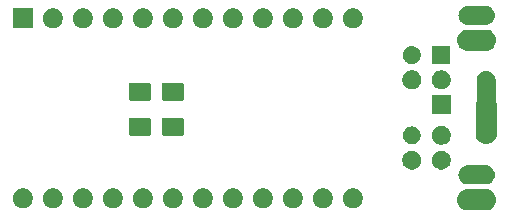
<source format=gbr>
G04 #@! TF.GenerationSoftware,KiCad,Pcbnew,(5.1.0-0)*
G04 #@! TF.CreationDate,2019-03-25T02:14:44+01:00*
G04 #@! TF.ProjectId,adapter,61646170-7465-4722-9e6b-696361645f70,rev?*
G04 #@! TF.SameCoordinates,Original*
G04 #@! TF.FileFunction,Soldermask,Top*
G04 #@! TF.FilePolarity,Negative*
%FSLAX46Y46*%
G04 Gerber Fmt 4.6, Leading zero omitted, Abs format (unit mm)*
G04 Created by KiCad (PCBNEW (5.1.0-0)) date 2019-03-25 02:14:44*
%MOMM*%
%LPD*%
G04 APERTURE LIST*
%ADD10C,0.100000*%
G04 APERTURE END LIST*
D10*
G36*
X84890443Y-54255519D02*
G01*
X84956627Y-54262037D01*
X85126466Y-54313557D01*
X85282991Y-54397222D01*
X85318729Y-54426552D01*
X85420186Y-54509814D01*
X85503448Y-54611271D01*
X85532778Y-54647009D01*
X85616443Y-54803534D01*
X85667963Y-54973373D01*
X85685359Y-55150000D01*
X85667963Y-55326627D01*
X85616443Y-55496466D01*
X85532778Y-55652991D01*
X85503448Y-55688729D01*
X85420186Y-55790186D01*
X85334754Y-55860297D01*
X85282991Y-55902778D01*
X85126466Y-55986443D01*
X84956627Y-56037963D01*
X84890442Y-56044482D01*
X84824260Y-56051000D01*
X83235740Y-56051000D01*
X83169558Y-56044482D01*
X83103373Y-56037963D01*
X82933534Y-55986443D01*
X82777009Y-55902778D01*
X82725246Y-55860297D01*
X82639814Y-55790186D01*
X82556552Y-55688729D01*
X82527222Y-55652991D01*
X82443557Y-55496466D01*
X82392037Y-55326627D01*
X82374641Y-55150000D01*
X82392037Y-54973373D01*
X82443557Y-54803534D01*
X82527222Y-54647009D01*
X82556552Y-54611271D01*
X82639814Y-54509814D01*
X82741271Y-54426552D01*
X82777009Y-54397222D01*
X82933534Y-54313557D01*
X83103373Y-54262037D01*
X83169557Y-54255519D01*
X83235740Y-54249000D01*
X84824260Y-54249000D01*
X84890443Y-54255519D01*
X84890443Y-54255519D01*
G37*
G36*
X73784228Y-54223703D02*
G01*
X73939100Y-54287853D01*
X74078481Y-54380985D01*
X74197015Y-54499519D01*
X74290147Y-54638900D01*
X74354297Y-54793772D01*
X74387000Y-54958184D01*
X74387000Y-55125816D01*
X74354297Y-55290228D01*
X74290147Y-55445100D01*
X74197015Y-55584481D01*
X74078481Y-55703015D01*
X73939100Y-55796147D01*
X73784228Y-55860297D01*
X73619816Y-55893000D01*
X73452184Y-55893000D01*
X73287772Y-55860297D01*
X73132900Y-55796147D01*
X72993519Y-55703015D01*
X72874985Y-55584481D01*
X72781853Y-55445100D01*
X72717703Y-55290228D01*
X72685000Y-55125816D01*
X72685000Y-54958184D01*
X72717703Y-54793772D01*
X72781853Y-54638900D01*
X72874985Y-54499519D01*
X72993519Y-54380985D01*
X73132900Y-54287853D01*
X73287772Y-54223703D01*
X73452184Y-54191000D01*
X73619816Y-54191000D01*
X73784228Y-54223703D01*
X73784228Y-54223703D01*
G37*
G36*
X71244228Y-54223703D02*
G01*
X71399100Y-54287853D01*
X71538481Y-54380985D01*
X71657015Y-54499519D01*
X71750147Y-54638900D01*
X71814297Y-54793772D01*
X71847000Y-54958184D01*
X71847000Y-55125816D01*
X71814297Y-55290228D01*
X71750147Y-55445100D01*
X71657015Y-55584481D01*
X71538481Y-55703015D01*
X71399100Y-55796147D01*
X71244228Y-55860297D01*
X71079816Y-55893000D01*
X70912184Y-55893000D01*
X70747772Y-55860297D01*
X70592900Y-55796147D01*
X70453519Y-55703015D01*
X70334985Y-55584481D01*
X70241853Y-55445100D01*
X70177703Y-55290228D01*
X70145000Y-55125816D01*
X70145000Y-54958184D01*
X70177703Y-54793772D01*
X70241853Y-54638900D01*
X70334985Y-54499519D01*
X70453519Y-54380985D01*
X70592900Y-54287853D01*
X70747772Y-54223703D01*
X70912184Y-54191000D01*
X71079816Y-54191000D01*
X71244228Y-54223703D01*
X71244228Y-54223703D01*
G37*
G36*
X68704228Y-54223703D02*
G01*
X68859100Y-54287853D01*
X68998481Y-54380985D01*
X69117015Y-54499519D01*
X69210147Y-54638900D01*
X69274297Y-54793772D01*
X69307000Y-54958184D01*
X69307000Y-55125816D01*
X69274297Y-55290228D01*
X69210147Y-55445100D01*
X69117015Y-55584481D01*
X68998481Y-55703015D01*
X68859100Y-55796147D01*
X68704228Y-55860297D01*
X68539816Y-55893000D01*
X68372184Y-55893000D01*
X68207772Y-55860297D01*
X68052900Y-55796147D01*
X67913519Y-55703015D01*
X67794985Y-55584481D01*
X67701853Y-55445100D01*
X67637703Y-55290228D01*
X67605000Y-55125816D01*
X67605000Y-54958184D01*
X67637703Y-54793772D01*
X67701853Y-54638900D01*
X67794985Y-54499519D01*
X67913519Y-54380985D01*
X68052900Y-54287853D01*
X68207772Y-54223703D01*
X68372184Y-54191000D01*
X68539816Y-54191000D01*
X68704228Y-54223703D01*
X68704228Y-54223703D01*
G37*
G36*
X66164228Y-54223703D02*
G01*
X66319100Y-54287853D01*
X66458481Y-54380985D01*
X66577015Y-54499519D01*
X66670147Y-54638900D01*
X66734297Y-54793772D01*
X66767000Y-54958184D01*
X66767000Y-55125816D01*
X66734297Y-55290228D01*
X66670147Y-55445100D01*
X66577015Y-55584481D01*
X66458481Y-55703015D01*
X66319100Y-55796147D01*
X66164228Y-55860297D01*
X65999816Y-55893000D01*
X65832184Y-55893000D01*
X65667772Y-55860297D01*
X65512900Y-55796147D01*
X65373519Y-55703015D01*
X65254985Y-55584481D01*
X65161853Y-55445100D01*
X65097703Y-55290228D01*
X65065000Y-55125816D01*
X65065000Y-54958184D01*
X65097703Y-54793772D01*
X65161853Y-54638900D01*
X65254985Y-54499519D01*
X65373519Y-54380985D01*
X65512900Y-54287853D01*
X65667772Y-54223703D01*
X65832184Y-54191000D01*
X65999816Y-54191000D01*
X66164228Y-54223703D01*
X66164228Y-54223703D01*
G37*
G36*
X63624228Y-54223703D02*
G01*
X63779100Y-54287853D01*
X63918481Y-54380985D01*
X64037015Y-54499519D01*
X64130147Y-54638900D01*
X64194297Y-54793772D01*
X64227000Y-54958184D01*
X64227000Y-55125816D01*
X64194297Y-55290228D01*
X64130147Y-55445100D01*
X64037015Y-55584481D01*
X63918481Y-55703015D01*
X63779100Y-55796147D01*
X63624228Y-55860297D01*
X63459816Y-55893000D01*
X63292184Y-55893000D01*
X63127772Y-55860297D01*
X62972900Y-55796147D01*
X62833519Y-55703015D01*
X62714985Y-55584481D01*
X62621853Y-55445100D01*
X62557703Y-55290228D01*
X62525000Y-55125816D01*
X62525000Y-54958184D01*
X62557703Y-54793772D01*
X62621853Y-54638900D01*
X62714985Y-54499519D01*
X62833519Y-54380985D01*
X62972900Y-54287853D01*
X63127772Y-54223703D01*
X63292184Y-54191000D01*
X63459816Y-54191000D01*
X63624228Y-54223703D01*
X63624228Y-54223703D01*
G37*
G36*
X61084228Y-54223703D02*
G01*
X61239100Y-54287853D01*
X61378481Y-54380985D01*
X61497015Y-54499519D01*
X61590147Y-54638900D01*
X61654297Y-54793772D01*
X61687000Y-54958184D01*
X61687000Y-55125816D01*
X61654297Y-55290228D01*
X61590147Y-55445100D01*
X61497015Y-55584481D01*
X61378481Y-55703015D01*
X61239100Y-55796147D01*
X61084228Y-55860297D01*
X60919816Y-55893000D01*
X60752184Y-55893000D01*
X60587772Y-55860297D01*
X60432900Y-55796147D01*
X60293519Y-55703015D01*
X60174985Y-55584481D01*
X60081853Y-55445100D01*
X60017703Y-55290228D01*
X59985000Y-55125816D01*
X59985000Y-54958184D01*
X60017703Y-54793772D01*
X60081853Y-54638900D01*
X60174985Y-54499519D01*
X60293519Y-54380985D01*
X60432900Y-54287853D01*
X60587772Y-54223703D01*
X60752184Y-54191000D01*
X60919816Y-54191000D01*
X61084228Y-54223703D01*
X61084228Y-54223703D01*
G37*
G36*
X58544228Y-54223703D02*
G01*
X58699100Y-54287853D01*
X58838481Y-54380985D01*
X58957015Y-54499519D01*
X59050147Y-54638900D01*
X59114297Y-54793772D01*
X59147000Y-54958184D01*
X59147000Y-55125816D01*
X59114297Y-55290228D01*
X59050147Y-55445100D01*
X58957015Y-55584481D01*
X58838481Y-55703015D01*
X58699100Y-55796147D01*
X58544228Y-55860297D01*
X58379816Y-55893000D01*
X58212184Y-55893000D01*
X58047772Y-55860297D01*
X57892900Y-55796147D01*
X57753519Y-55703015D01*
X57634985Y-55584481D01*
X57541853Y-55445100D01*
X57477703Y-55290228D01*
X57445000Y-55125816D01*
X57445000Y-54958184D01*
X57477703Y-54793772D01*
X57541853Y-54638900D01*
X57634985Y-54499519D01*
X57753519Y-54380985D01*
X57892900Y-54287853D01*
X58047772Y-54223703D01*
X58212184Y-54191000D01*
X58379816Y-54191000D01*
X58544228Y-54223703D01*
X58544228Y-54223703D01*
G37*
G36*
X56004228Y-54223703D02*
G01*
X56159100Y-54287853D01*
X56298481Y-54380985D01*
X56417015Y-54499519D01*
X56510147Y-54638900D01*
X56574297Y-54793772D01*
X56607000Y-54958184D01*
X56607000Y-55125816D01*
X56574297Y-55290228D01*
X56510147Y-55445100D01*
X56417015Y-55584481D01*
X56298481Y-55703015D01*
X56159100Y-55796147D01*
X56004228Y-55860297D01*
X55839816Y-55893000D01*
X55672184Y-55893000D01*
X55507772Y-55860297D01*
X55352900Y-55796147D01*
X55213519Y-55703015D01*
X55094985Y-55584481D01*
X55001853Y-55445100D01*
X54937703Y-55290228D01*
X54905000Y-55125816D01*
X54905000Y-54958184D01*
X54937703Y-54793772D01*
X55001853Y-54638900D01*
X55094985Y-54499519D01*
X55213519Y-54380985D01*
X55352900Y-54287853D01*
X55507772Y-54223703D01*
X55672184Y-54191000D01*
X55839816Y-54191000D01*
X56004228Y-54223703D01*
X56004228Y-54223703D01*
G37*
G36*
X53464228Y-54223703D02*
G01*
X53619100Y-54287853D01*
X53758481Y-54380985D01*
X53877015Y-54499519D01*
X53970147Y-54638900D01*
X54034297Y-54793772D01*
X54067000Y-54958184D01*
X54067000Y-55125816D01*
X54034297Y-55290228D01*
X53970147Y-55445100D01*
X53877015Y-55584481D01*
X53758481Y-55703015D01*
X53619100Y-55796147D01*
X53464228Y-55860297D01*
X53299816Y-55893000D01*
X53132184Y-55893000D01*
X52967772Y-55860297D01*
X52812900Y-55796147D01*
X52673519Y-55703015D01*
X52554985Y-55584481D01*
X52461853Y-55445100D01*
X52397703Y-55290228D01*
X52365000Y-55125816D01*
X52365000Y-54958184D01*
X52397703Y-54793772D01*
X52461853Y-54638900D01*
X52554985Y-54499519D01*
X52673519Y-54380985D01*
X52812900Y-54287853D01*
X52967772Y-54223703D01*
X53132184Y-54191000D01*
X53299816Y-54191000D01*
X53464228Y-54223703D01*
X53464228Y-54223703D01*
G37*
G36*
X50924228Y-54223703D02*
G01*
X51079100Y-54287853D01*
X51218481Y-54380985D01*
X51337015Y-54499519D01*
X51430147Y-54638900D01*
X51494297Y-54793772D01*
X51527000Y-54958184D01*
X51527000Y-55125816D01*
X51494297Y-55290228D01*
X51430147Y-55445100D01*
X51337015Y-55584481D01*
X51218481Y-55703015D01*
X51079100Y-55796147D01*
X50924228Y-55860297D01*
X50759816Y-55893000D01*
X50592184Y-55893000D01*
X50427772Y-55860297D01*
X50272900Y-55796147D01*
X50133519Y-55703015D01*
X50014985Y-55584481D01*
X49921853Y-55445100D01*
X49857703Y-55290228D01*
X49825000Y-55125816D01*
X49825000Y-54958184D01*
X49857703Y-54793772D01*
X49921853Y-54638900D01*
X50014985Y-54499519D01*
X50133519Y-54380985D01*
X50272900Y-54287853D01*
X50427772Y-54223703D01*
X50592184Y-54191000D01*
X50759816Y-54191000D01*
X50924228Y-54223703D01*
X50924228Y-54223703D01*
G37*
G36*
X48384228Y-54223703D02*
G01*
X48539100Y-54287853D01*
X48678481Y-54380985D01*
X48797015Y-54499519D01*
X48890147Y-54638900D01*
X48954297Y-54793772D01*
X48987000Y-54958184D01*
X48987000Y-55125816D01*
X48954297Y-55290228D01*
X48890147Y-55445100D01*
X48797015Y-55584481D01*
X48678481Y-55703015D01*
X48539100Y-55796147D01*
X48384228Y-55860297D01*
X48219816Y-55893000D01*
X48052184Y-55893000D01*
X47887772Y-55860297D01*
X47732900Y-55796147D01*
X47593519Y-55703015D01*
X47474985Y-55584481D01*
X47381853Y-55445100D01*
X47317703Y-55290228D01*
X47285000Y-55125816D01*
X47285000Y-54958184D01*
X47317703Y-54793772D01*
X47381853Y-54638900D01*
X47474985Y-54499519D01*
X47593519Y-54380985D01*
X47732900Y-54287853D01*
X47887772Y-54223703D01*
X48052184Y-54191000D01*
X48219816Y-54191000D01*
X48384228Y-54223703D01*
X48384228Y-54223703D01*
G37*
G36*
X45844228Y-54223703D02*
G01*
X45999100Y-54287853D01*
X46138481Y-54380985D01*
X46257015Y-54499519D01*
X46350147Y-54638900D01*
X46414297Y-54793772D01*
X46447000Y-54958184D01*
X46447000Y-55125816D01*
X46414297Y-55290228D01*
X46350147Y-55445100D01*
X46257015Y-55584481D01*
X46138481Y-55703015D01*
X45999100Y-55796147D01*
X45844228Y-55860297D01*
X45679816Y-55893000D01*
X45512184Y-55893000D01*
X45347772Y-55860297D01*
X45192900Y-55796147D01*
X45053519Y-55703015D01*
X44934985Y-55584481D01*
X44841853Y-55445100D01*
X44777703Y-55290228D01*
X44745000Y-55125816D01*
X44745000Y-54958184D01*
X44777703Y-54793772D01*
X44841853Y-54638900D01*
X44934985Y-54499519D01*
X45053519Y-54380985D01*
X45192900Y-54287853D01*
X45347772Y-54223703D01*
X45512184Y-54191000D01*
X45679816Y-54191000D01*
X45844228Y-54223703D01*
X45844228Y-54223703D01*
G37*
G36*
X84858571Y-52252863D02*
G01*
X84937023Y-52260590D01*
X85037682Y-52291125D01*
X85088013Y-52306392D01*
X85227165Y-52380771D01*
X85349133Y-52480867D01*
X85449229Y-52602835D01*
X85523608Y-52741987D01*
X85523608Y-52741988D01*
X85569410Y-52892977D01*
X85584875Y-53050000D01*
X85569410Y-53207023D01*
X85538875Y-53307682D01*
X85523608Y-53358013D01*
X85449229Y-53497165D01*
X85349133Y-53619133D01*
X85227165Y-53719229D01*
X85088013Y-53793608D01*
X85037682Y-53808875D01*
X84937023Y-53839410D01*
X84858571Y-53847137D01*
X84819346Y-53851000D01*
X83240654Y-53851000D01*
X83201429Y-53847137D01*
X83122977Y-53839410D01*
X83022318Y-53808875D01*
X82971987Y-53793608D01*
X82832835Y-53719229D01*
X82710867Y-53619133D01*
X82610771Y-53497165D01*
X82536392Y-53358013D01*
X82521125Y-53307682D01*
X82490590Y-53207023D01*
X82475125Y-53050000D01*
X82490590Y-52892977D01*
X82536392Y-52741988D01*
X82536392Y-52741987D01*
X82610771Y-52602835D01*
X82710867Y-52480867D01*
X82832835Y-52380771D01*
X82971987Y-52306392D01*
X83022318Y-52291125D01*
X83122977Y-52260590D01*
X83201429Y-52252863D01*
X83240654Y-52249000D01*
X84819346Y-52249000D01*
X84858571Y-52252863D01*
X84858571Y-52252863D01*
G37*
G36*
X78764810Y-51025935D02*
G01*
X78911309Y-51086617D01*
X78911310Y-51086618D01*
X79043158Y-51174716D01*
X79155284Y-51286842D01*
X79155285Y-51286844D01*
X79243383Y-51418691D01*
X79304065Y-51565190D01*
X79335000Y-51720713D01*
X79335000Y-51879287D01*
X79304065Y-52034810D01*
X79243383Y-52181309D01*
X79243382Y-52181310D01*
X79155284Y-52313158D01*
X79043158Y-52425284D01*
X78976785Y-52469633D01*
X78911309Y-52513383D01*
X78764810Y-52574065D01*
X78609287Y-52605000D01*
X78450713Y-52605000D01*
X78295190Y-52574065D01*
X78148691Y-52513383D01*
X78083215Y-52469633D01*
X78016842Y-52425284D01*
X77904716Y-52313158D01*
X77816618Y-52181310D01*
X77816617Y-52181309D01*
X77755935Y-52034810D01*
X77725000Y-51879287D01*
X77725000Y-51720713D01*
X77755935Y-51565190D01*
X77816617Y-51418691D01*
X77904715Y-51286844D01*
X77904716Y-51286842D01*
X78016842Y-51174716D01*
X78148690Y-51086618D01*
X78148691Y-51086617D01*
X78295190Y-51025935D01*
X78450713Y-50995000D01*
X78609287Y-50995000D01*
X78764810Y-51025935D01*
X78764810Y-51025935D01*
G37*
G36*
X81264810Y-51025935D02*
G01*
X81411309Y-51086617D01*
X81411310Y-51086618D01*
X81543158Y-51174716D01*
X81655284Y-51286842D01*
X81655285Y-51286844D01*
X81743383Y-51418691D01*
X81804065Y-51565190D01*
X81835000Y-51720713D01*
X81835000Y-51879287D01*
X81804065Y-52034810D01*
X81743383Y-52181309D01*
X81743382Y-52181310D01*
X81655284Y-52313158D01*
X81543158Y-52425284D01*
X81476785Y-52469633D01*
X81411309Y-52513383D01*
X81264810Y-52574065D01*
X81109287Y-52605000D01*
X80950713Y-52605000D01*
X80795190Y-52574065D01*
X80648691Y-52513383D01*
X80583215Y-52469633D01*
X80516842Y-52425284D01*
X80404716Y-52313158D01*
X80316618Y-52181310D01*
X80316617Y-52181309D01*
X80255935Y-52034810D01*
X80225000Y-51879287D01*
X80225000Y-51720713D01*
X80255935Y-51565190D01*
X80316617Y-51418691D01*
X80404715Y-51286844D01*
X80404716Y-51286842D01*
X80516842Y-51174716D01*
X80648690Y-51086618D01*
X80648691Y-51086617D01*
X80795190Y-51025935D01*
X80950713Y-50995000D01*
X81109287Y-50995000D01*
X81264810Y-51025935D01*
X81264810Y-51025935D01*
G37*
G36*
X81264810Y-48925935D02*
G01*
X81411309Y-48986617D01*
X81411310Y-48986618D01*
X81543158Y-49074716D01*
X81655284Y-49186842D01*
X81699633Y-49253215D01*
X81743383Y-49318691D01*
X81804065Y-49465190D01*
X81835000Y-49620713D01*
X81835000Y-49779287D01*
X81804065Y-49934810D01*
X81743383Y-50081309D01*
X81743382Y-50081310D01*
X81655284Y-50213158D01*
X81543158Y-50325284D01*
X81477625Y-50369072D01*
X81411309Y-50413383D01*
X81264810Y-50474065D01*
X81109287Y-50505000D01*
X80950713Y-50505000D01*
X80795190Y-50474065D01*
X80648691Y-50413383D01*
X80582375Y-50369072D01*
X80516842Y-50325284D01*
X80404716Y-50213158D01*
X80316618Y-50081310D01*
X80316617Y-50081309D01*
X80255935Y-49934810D01*
X80225000Y-49779287D01*
X80225000Y-49620713D01*
X80255935Y-49465190D01*
X80316617Y-49318691D01*
X80360367Y-49253215D01*
X80404716Y-49186842D01*
X80516842Y-49074716D01*
X80648690Y-48986618D01*
X80648691Y-48986617D01*
X80795190Y-48925935D01*
X80950713Y-48895000D01*
X81109287Y-48895000D01*
X81264810Y-48925935D01*
X81264810Y-48925935D01*
G37*
G36*
X84987023Y-44260590D02*
G01*
X85072826Y-44286618D01*
X85138013Y-44306392D01*
X85277165Y-44380771D01*
X85399133Y-44480867D01*
X85499229Y-44602835D01*
X85573608Y-44741987D01*
X85573608Y-44741988D01*
X85619410Y-44892977D01*
X85619410Y-44892979D01*
X85631000Y-45010654D01*
X85631000Y-46805915D01*
X85633402Y-46830301D01*
X85640515Y-46853750D01*
X85645756Y-46864832D01*
X85666443Y-46903534D01*
X85717963Y-47073373D01*
X85717963Y-47073375D01*
X85731000Y-47205740D01*
X85731000Y-49594260D01*
X85728394Y-49620714D01*
X85717963Y-49726627D01*
X85666443Y-49896465D01*
X85666442Y-49896468D01*
X85645948Y-49934810D01*
X85582778Y-50052991D01*
X85578974Y-50057626D01*
X85470186Y-50190186D01*
X85332989Y-50302779D01*
X85290885Y-50325284D01*
X85176465Y-50386443D01*
X85006626Y-50437963D01*
X84830000Y-50455359D01*
X84653373Y-50437963D01*
X84483534Y-50386443D01*
X84327009Y-50302778D01*
X84291271Y-50273448D01*
X84189814Y-50190186D01*
X84077221Y-50052989D01*
X83993558Y-49896467D01*
X83958012Y-49779287D01*
X83942037Y-49726626D01*
X83929000Y-49594257D01*
X83929001Y-47205742D01*
X83942038Y-47073373D01*
X83993558Y-46903534D01*
X83993559Y-46903531D01*
X84014240Y-46864840D01*
X84023618Y-46842201D01*
X84029000Y-46805916D01*
X84029001Y-45010654D01*
X84040591Y-44892979D01*
X84040591Y-44892977D01*
X84086393Y-44741988D01*
X84086393Y-44741987D01*
X84160772Y-44602835D01*
X84260868Y-44480867D01*
X84382836Y-44380771D01*
X84521988Y-44306392D01*
X84587175Y-44286618D01*
X84672978Y-44260590D01*
X84830000Y-44245125D01*
X84987023Y-44260590D01*
X84987023Y-44260590D01*
G37*
G36*
X78677293Y-48959507D02*
G01*
X78750225Y-48974014D01*
X78807138Y-48997588D01*
X78887626Y-49030927D01*
X79011284Y-49113553D01*
X79116447Y-49218716D01*
X79199073Y-49342374D01*
X79232412Y-49422862D01*
X79249945Y-49465190D01*
X79255986Y-49479776D01*
X79285000Y-49625638D01*
X79285000Y-49774362D01*
X79284020Y-49779287D01*
X79255986Y-49920225D01*
X79232412Y-49977138D01*
X79199073Y-50057626D01*
X79116447Y-50181284D01*
X79011284Y-50286447D01*
X78887626Y-50369073D01*
X78807138Y-50402412D01*
X78750225Y-50425986D01*
X78690012Y-50437963D01*
X78604362Y-50455000D01*
X78455638Y-50455000D01*
X78369988Y-50437963D01*
X78309775Y-50425986D01*
X78252862Y-50402412D01*
X78172374Y-50369073D01*
X78048716Y-50286447D01*
X77943553Y-50181284D01*
X77860927Y-50057626D01*
X77827588Y-49977138D01*
X77804014Y-49920225D01*
X77775980Y-49779287D01*
X77775000Y-49774362D01*
X77775000Y-49625638D01*
X77804014Y-49479776D01*
X77810056Y-49465190D01*
X77827588Y-49422862D01*
X77860927Y-49342374D01*
X77943553Y-49218716D01*
X78048716Y-49113553D01*
X78172374Y-49030927D01*
X78252862Y-48997588D01*
X78309775Y-48974014D01*
X78382707Y-48959507D01*
X78455638Y-48945000D01*
X78604362Y-48945000D01*
X78677293Y-48959507D01*
X78677293Y-48959507D01*
G37*
G36*
X56275562Y-48228181D02*
G01*
X56310481Y-48238774D01*
X56342663Y-48255976D01*
X56370873Y-48279127D01*
X56394024Y-48307337D01*
X56411226Y-48339519D01*
X56421819Y-48374438D01*
X56426000Y-48416895D01*
X56426000Y-49558105D01*
X56421819Y-49600562D01*
X56411226Y-49635481D01*
X56394024Y-49667663D01*
X56370873Y-49695873D01*
X56342663Y-49719024D01*
X56310481Y-49736226D01*
X56275562Y-49746819D01*
X56233105Y-49751000D01*
X54766895Y-49751000D01*
X54724438Y-49746819D01*
X54689519Y-49736226D01*
X54657337Y-49719024D01*
X54629127Y-49695873D01*
X54605976Y-49667663D01*
X54588774Y-49635481D01*
X54578181Y-49600562D01*
X54574000Y-49558105D01*
X54574000Y-48416895D01*
X54578181Y-48374438D01*
X54588774Y-48339519D01*
X54605976Y-48307337D01*
X54629127Y-48279127D01*
X54657337Y-48255976D01*
X54689519Y-48238774D01*
X54724438Y-48228181D01*
X54766895Y-48224000D01*
X56233105Y-48224000D01*
X56275562Y-48228181D01*
X56275562Y-48228181D01*
G37*
G36*
X59071562Y-48228181D02*
G01*
X59106481Y-48238774D01*
X59138663Y-48255976D01*
X59166873Y-48279127D01*
X59190024Y-48307337D01*
X59207226Y-48339519D01*
X59217819Y-48374438D01*
X59222000Y-48416895D01*
X59222000Y-49558105D01*
X59217819Y-49600562D01*
X59207226Y-49635481D01*
X59190024Y-49667663D01*
X59166873Y-49695873D01*
X59138663Y-49719024D01*
X59106481Y-49736226D01*
X59071562Y-49746819D01*
X59029105Y-49751000D01*
X57562895Y-49751000D01*
X57520438Y-49746819D01*
X57485519Y-49736226D01*
X57453337Y-49719024D01*
X57425127Y-49695873D01*
X57401976Y-49667663D01*
X57384774Y-49635481D01*
X57374181Y-49600562D01*
X57370000Y-49558105D01*
X57370000Y-48416895D01*
X57374181Y-48374438D01*
X57384774Y-48339519D01*
X57401976Y-48307337D01*
X57425127Y-48279127D01*
X57453337Y-48255976D01*
X57485519Y-48238774D01*
X57520438Y-48228181D01*
X57562895Y-48224000D01*
X59029105Y-48224000D01*
X59071562Y-48228181D01*
X59071562Y-48228181D01*
G37*
G36*
X81835000Y-47905000D02*
G01*
X80225000Y-47905000D01*
X80225000Y-46295000D01*
X81835000Y-46295000D01*
X81835000Y-47905000D01*
X81835000Y-47905000D01*
G37*
G36*
X59071562Y-45253181D02*
G01*
X59106481Y-45263774D01*
X59138663Y-45280976D01*
X59166873Y-45304127D01*
X59190024Y-45332337D01*
X59207226Y-45364519D01*
X59217819Y-45399438D01*
X59222000Y-45441895D01*
X59222000Y-46583105D01*
X59217819Y-46625562D01*
X59207226Y-46660481D01*
X59190024Y-46692663D01*
X59166873Y-46720873D01*
X59138663Y-46744024D01*
X59106481Y-46761226D01*
X59071562Y-46771819D01*
X59029105Y-46776000D01*
X57562895Y-46776000D01*
X57520438Y-46771819D01*
X57485519Y-46761226D01*
X57453337Y-46744024D01*
X57425127Y-46720873D01*
X57401976Y-46692663D01*
X57384774Y-46660481D01*
X57374181Y-46625562D01*
X57370000Y-46583105D01*
X57370000Y-45441895D01*
X57374181Y-45399438D01*
X57384774Y-45364519D01*
X57401976Y-45332337D01*
X57425127Y-45304127D01*
X57453337Y-45280976D01*
X57485519Y-45263774D01*
X57520438Y-45253181D01*
X57562895Y-45249000D01*
X59029105Y-45249000D01*
X59071562Y-45253181D01*
X59071562Y-45253181D01*
G37*
G36*
X56275562Y-45253181D02*
G01*
X56310481Y-45263774D01*
X56342663Y-45280976D01*
X56370873Y-45304127D01*
X56394024Y-45332337D01*
X56411226Y-45364519D01*
X56421819Y-45399438D01*
X56426000Y-45441895D01*
X56426000Y-46583105D01*
X56421819Y-46625562D01*
X56411226Y-46660481D01*
X56394024Y-46692663D01*
X56370873Y-46720873D01*
X56342663Y-46744024D01*
X56310481Y-46761226D01*
X56275562Y-46771819D01*
X56233105Y-46776000D01*
X54766895Y-46776000D01*
X54724438Y-46771819D01*
X54689519Y-46761226D01*
X54657337Y-46744024D01*
X54629127Y-46720873D01*
X54605976Y-46692663D01*
X54588774Y-46660481D01*
X54578181Y-46625562D01*
X54574000Y-46583105D01*
X54574000Y-45441895D01*
X54578181Y-45399438D01*
X54588774Y-45364519D01*
X54605976Y-45332337D01*
X54629127Y-45304127D01*
X54657337Y-45280976D01*
X54689519Y-45263774D01*
X54724438Y-45253181D01*
X54766895Y-45249000D01*
X56233105Y-45249000D01*
X56275562Y-45253181D01*
X56275562Y-45253181D01*
G37*
G36*
X81264810Y-44225935D02*
G01*
X81411309Y-44286617D01*
X81411310Y-44286618D01*
X81543158Y-44374716D01*
X81655284Y-44486842D01*
X81655285Y-44486844D01*
X81743383Y-44618691D01*
X81804065Y-44765190D01*
X81835000Y-44920713D01*
X81835000Y-45079287D01*
X81804065Y-45234810D01*
X81743383Y-45381309D01*
X81743382Y-45381310D01*
X81655284Y-45513158D01*
X81543158Y-45625284D01*
X81476785Y-45669633D01*
X81411309Y-45713383D01*
X81264810Y-45774065D01*
X81109287Y-45805000D01*
X80950713Y-45805000D01*
X80795190Y-45774065D01*
X80648691Y-45713383D01*
X80583215Y-45669633D01*
X80516842Y-45625284D01*
X80404716Y-45513158D01*
X80316618Y-45381310D01*
X80316617Y-45381309D01*
X80255935Y-45234810D01*
X80225000Y-45079287D01*
X80225000Y-44920713D01*
X80255935Y-44765190D01*
X80316617Y-44618691D01*
X80404715Y-44486844D01*
X80404716Y-44486842D01*
X80516842Y-44374716D01*
X80648690Y-44286618D01*
X80648691Y-44286617D01*
X80795190Y-44225935D01*
X80950713Y-44195000D01*
X81109287Y-44195000D01*
X81264810Y-44225935D01*
X81264810Y-44225935D01*
G37*
G36*
X78764810Y-44225935D02*
G01*
X78911309Y-44286617D01*
X78911310Y-44286618D01*
X79043158Y-44374716D01*
X79155284Y-44486842D01*
X79155285Y-44486844D01*
X79243383Y-44618691D01*
X79304065Y-44765190D01*
X79335000Y-44920713D01*
X79335000Y-45079287D01*
X79304065Y-45234810D01*
X79243383Y-45381309D01*
X79243382Y-45381310D01*
X79155284Y-45513158D01*
X79043158Y-45625284D01*
X78976785Y-45669633D01*
X78911309Y-45713383D01*
X78764810Y-45774065D01*
X78609287Y-45805000D01*
X78450713Y-45805000D01*
X78295190Y-45774065D01*
X78148691Y-45713383D01*
X78083215Y-45669633D01*
X78016842Y-45625284D01*
X77904716Y-45513158D01*
X77816618Y-45381310D01*
X77816617Y-45381309D01*
X77755935Y-45234810D01*
X77725000Y-45079287D01*
X77725000Y-44920713D01*
X77755935Y-44765190D01*
X77816617Y-44618691D01*
X77904715Y-44486844D01*
X77904716Y-44486842D01*
X78016842Y-44374716D01*
X78148690Y-44286618D01*
X78148691Y-44286617D01*
X78295190Y-44225935D01*
X78450713Y-44195000D01*
X78609287Y-44195000D01*
X78764810Y-44225935D01*
X78764810Y-44225935D01*
G37*
G36*
X78644525Y-42152989D02*
G01*
X78750225Y-42174014D01*
X78807138Y-42197588D01*
X78887626Y-42230927D01*
X79011284Y-42313553D01*
X79116447Y-42418716D01*
X79199073Y-42542374D01*
X79255986Y-42679776D01*
X79285000Y-42825638D01*
X79285000Y-42974362D01*
X79255986Y-43120224D01*
X79199073Y-43257626D01*
X79116447Y-43381284D01*
X79011284Y-43486447D01*
X78887626Y-43569073D01*
X78807138Y-43602412D01*
X78750225Y-43625986D01*
X78677293Y-43640493D01*
X78604362Y-43655000D01*
X78455638Y-43655000D01*
X78382707Y-43640493D01*
X78309775Y-43625986D01*
X78252862Y-43602412D01*
X78172374Y-43569073D01*
X78048716Y-43486447D01*
X77943553Y-43381284D01*
X77860927Y-43257626D01*
X77804014Y-43120224D01*
X77775000Y-42974362D01*
X77775000Y-42825638D01*
X77804014Y-42679776D01*
X77860927Y-42542374D01*
X77943553Y-42418716D01*
X78048716Y-42313553D01*
X78172374Y-42230927D01*
X78252862Y-42197588D01*
X78309775Y-42174014D01*
X78415475Y-42152989D01*
X78455638Y-42145000D01*
X78604362Y-42145000D01*
X78644525Y-42152989D01*
X78644525Y-42152989D01*
G37*
G36*
X81785000Y-43655000D02*
G01*
X80275000Y-43655000D01*
X80275000Y-42145000D01*
X81785000Y-42145000D01*
X81785000Y-43655000D01*
X81785000Y-43655000D01*
G37*
G36*
X84890443Y-40755519D02*
G01*
X84956627Y-40762037D01*
X85126466Y-40813557D01*
X85282991Y-40897222D01*
X85318729Y-40926552D01*
X85420186Y-41009814D01*
X85503448Y-41111271D01*
X85532778Y-41147009D01*
X85616443Y-41303534D01*
X85667963Y-41473373D01*
X85685359Y-41650000D01*
X85667963Y-41826627D01*
X85616443Y-41996466D01*
X85532778Y-42152991D01*
X85503448Y-42188729D01*
X85420186Y-42290186D01*
X85318729Y-42373448D01*
X85282991Y-42402778D01*
X85126466Y-42486443D01*
X84956627Y-42537963D01*
X84890442Y-42544482D01*
X84824260Y-42551000D01*
X83235740Y-42551000D01*
X83169558Y-42544482D01*
X83103373Y-42537963D01*
X82933534Y-42486443D01*
X82777009Y-42402778D01*
X82741271Y-42373448D01*
X82639814Y-42290186D01*
X82556552Y-42188729D01*
X82527222Y-42152991D01*
X82443557Y-41996466D01*
X82392037Y-41826627D01*
X82374641Y-41650000D01*
X82392037Y-41473373D01*
X82443557Y-41303534D01*
X82527222Y-41147009D01*
X82556552Y-41111271D01*
X82639814Y-41009814D01*
X82741271Y-40926552D01*
X82777009Y-40897222D01*
X82933534Y-40813557D01*
X83103373Y-40762037D01*
X83169557Y-40755519D01*
X83235740Y-40749000D01*
X84824260Y-40749000D01*
X84890443Y-40755519D01*
X84890443Y-40755519D01*
G37*
G36*
X73784228Y-38983703D02*
G01*
X73939100Y-39047853D01*
X74078481Y-39140985D01*
X74197015Y-39259519D01*
X74290147Y-39398900D01*
X74354297Y-39553772D01*
X74387000Y-39718184D01*
X74387000Y-39885816D01*
X74354297Y-40050228D01*
X74290147Y-40205100D01*
X74197015Y-40344481D01*
X74078481Y-40463015D01*
X73939100Y-40556147D01*
X73784228Y-40620297D01*
X73619816Y-40653000D01*
X73452184Y-40653000D01*
X73287772Y-40620297D01*
X73132900Y-40556147D01*
X72993519Y-40463015D01*
X72874985Y-40344481D01*
X72781853Y-40205100D01*
X72717703Y-40050228D01*
X72685000Y-39885816D01*
X72685000Y-39718184D01*
X72717703Y-39553772D01*
X72781853Y-39398900D01*
X72874985Y-39259519D01*
X72993519Y-39140985D01*
X73132900Y-39047853D01*
X73287772Y-38983703D01*
X73452184Y-38951000D01*
X73619816Y-38951000D01*
X73784228Y-38983703D01*
X73784228Y-38983703D01*
G37*
G36*
X46447000Y-40653000D02*
G01*
X44745000Y-40653000D01*
X44745000Y-38951000D01*
X46447000Y-38951000D01*
X46447000Y-40653000D01*
X46447000Y-40653000D01*
G37*
G36*
X48384228Y-38983703D02*
G01*
X48539100Y-39047853D01*
X48678481Y-39140985D01*
X48797015Y-39259519D01*
X48890147Y-39398900D01*
X48954297Y-39553772D01*
X48987000Y-39718184D01*
X48987000Y-39885816D01*
X48954297Y-40050228D01*
X48890147Y-40205100D01*
X48797015Y-40344481D01*
X48678481Y-40463015D01*
X48539100Y-40556147D01*
X48384228Y-40620297D01*
X48219816Y-40653000D01*
X48052184Y-40653000D01*
X47887772Y-40620297D01*
X47732900Y-40556147D01*
X47593519Y-40463015D01*
X47474985Y-40344481D01*
X47381853Y-40205100D01*
X47317703Y-40050228D01*
X47285000Y-39885816D01*
X47285000Y-39718184D01*
X47317703Y-39553772D01*
X47381853Y-39398900D01*
X47474985Y-39259519D01*
X47593519Y-39140985D01*
X47732900Y-39047853D01*
X47887772Y-38983703D01*
X48052184Y-38951000D01*
X48219816Y-38951000D01*
X48384228Y-38983703D01*
X48384228Y-38983703D01*
G37*
G36*
X50924228Y-38983703D02*
G01*
X51079100Y-39047853D01*
X51218481Y-39140985D01*
X51337015Y-39259519D01*
X51430147Y-39398900D01*
X51494297Y-39553772D01*
X51527000Y-39718184D01*
X51527000Y-39885816D01*
X51494297Y-40050228D01*
X51430147Y-40205100D01*
X51337015Y-40344481D01*
X51218481Y-40463015D01*
X51079100Y-40556147D01*
X50924228Y-40620297D01*
X50759816Y-40653000D01*
X50592184Y-40653000D01*
X50427772Y-40620297D01*
X50272900Y-40556147D01*
X50133519Y-40463015D01*
X50014985Y-40344481D01*
X49921853Y-40205100D01*
X49857703Y-40050228D01*
X49825000Y-39885816D01*
X49825000Y-39718184D01*
X49857703Y-39553772D01*
X49921853Y-39398900D01*
X50014985Y-39259519D01*
X50133519Y-39140985D01*
X50272900Y-39047853D01*
X50427772Y-38983703D01*
X50592184Y-38951000D01*
X50759816Y-38951000D01*
X50924228Y-38983703D01*
X50924228Y-38983703D01*
G37*
G36*
X53464228Y-38983703D02*
G01*
X53619100Y-39047853D01*
X53758481Y-39140985D01*
X53877015Y-39259519D01*
X53970147Y-39398900D01*
X54034297Y-39553772D01*
X54067000Y-39718184D01*
X54067000Y-39885816D01*
X54034297Y-40050228D01*
X53970147Y-40205100D01*
X53877015Y-40344481D01*
X53758481Y-40463015D01*
X53619100Y-40556147D01*
X53464228Y-40620297D01*
X53299816Y-40653000D01*
X53132184Y-40653000D01*
X52967772Y-40620297D01*
X52812900Y-40556147D01*
X52673519Y-40463015D01*
X52554985Y-40344481D01*
X52461853Y-40205100D01*
X52397703Y-40050228D01*
X52365000Y-39885816D01*
X52365000Y-39718184D01*
X52397703Y-39553772D01*
X52461853Y-39398900D01*
X52554985Y-39259519D01*
X52673519Y-39140985D01*
X52812900Y-39047853D01*
X52967772Y-38983703D01*
X53132184Y-38951000D01*
X53299816Y-38951000D01*
X53464228Y-38983703D01*
X53464228Y-38983703D01*
G37*
G36*
X56004228Y-38983703D02*
G01*
X56159100Y-39047853D01*
X56298481Y-39140985D01*
X56417015Y-39259519D01*
X56510147Y-39398900D01*
X56574297Y-39553772D01*
X56607000Y-39718184D01*
X56607000Y-39885816D01*
X56574297Y-40050228D01*
X56510147Y-40205100D01*
X56417015Y-40344481D01*
X56298481Y-40463015D01*
X56159100Y-40556147D01*
X56004228Y-40620297D01*
X55839816Y-40653000D01*
X55672184Y-40653000D01*
X55507772Y-40620297D01*
X55352900Y-40556147D01*
X55213519Y-40463015D01*
X55094985Y-40344481D01*
X55001853Y-40205100D01*
X54937703Y-40050228D01*
X54905000Y-39885816D01*
X54905000Y-39718184D01*
X54937703Y-39553772D01*
X55001853Y-39398900D01*
X55094985Y-39259519D01*
X55213519Y-39140985D01*
X55352900Y-39047853D01*
X55507772Y-38983703D01*
X55672184Y-38951000D01*
X55839816Y-38951000D01*
X56004228Y-38983703D01*
X56004228Y-38983703D01*
G37*
G36*
X58544228Y-38983703D02*
G01*
X58699100Y-39047853D01*
X58838481Y-39140985D01*
X58957015Y-39259519D01*
X59050147Y-39398900D01*
X59114297Y-39553772D01*
X59147000Y-39718184D01*
X59147000Y-39885816D01*
X59114297Y-40050228D01*
X59050147Y-40205100D01*
X58957015Y-40344481D01*
X58838481Y-40463015D01*
X58699100Y-40556147D01*
X58544228Y-40620297D01*
X58379816Y-40653000D01*
X58212184Y-40653000D01*
X58047772Y-40620297D01*
X57892900Y-40556147D01*
X57753519Y-40463015D01*
X57634985Y-40344481D01*
X57541853Y-40205100D01*
X57477703Y-40050228D01*
X57445000Y-39885816D01*
X57445000Y-39718184D01*
X57477703Y-39553772D01*
X57541853Y-39398900D01*
X57634985Y-39259519D01*
X57753519Y-39140985D01*
X57892900Y-39047853D01*
X58047772Y-38983703D01*
X58212184Y-38951000D01*
X58379816Y-38951000D01*
X58544228Y-38983703D01*
X58544228Y-38983703D01*
G37*
G36*
X61084228Y-38983703D02*
G01*
X61239100Y-39047853D01*
X61378481Y-39140985D01*
X61497015Y-39259519D01*
X61590147Y-39398900D01*
X61654297Y-39553772D01*
X61687000Y-39718184D01*
X61687000Y-39885816D01*
X61654297Y-40050228D01*
X61590147Y-40205100D01*
X61497015Y-40344481D01*
X61378481Y-40463015D01*
X61239100Y-40556147D01*
X61084228Y-40620297D01*
X60919816Y-40653000D01*
X60752184Y-40653000D01*
X60587772Y-40620297D01*
X60432900Y-40556147D01*
X60293519Y-40463015D01*
X60174985Y-40344481D01*
X60081853Y-40205100D01*
X60017703Y-40050228D01*
X59985000Y-39885816D01*
X59985000Y-39718184D01*
X60017703Y-39553772D01*
X60081853Y-39398900D01*
X60174985Y-39259519D01*
X60293519Y-39140985D01*
X60432900Y-39047853D01*
X60587772Y-38983703D01*
X60752184Y-38951000D01*
X60919816Y-38951000D01*
X61084228Y-38983703D01*
X61084228Y-38983703D01*
G37*
G36*
X63624228Y-38983703D02*
G01*
X63779100Y-39047853D01*
X63918481Y-39140985D01*
X64037015Y-39259519D01*
X64130147Y-39398900D01*
X64194297Y-39553772D01*
X64227000Y-39718184D01*
X64227000Y-39885816D01*
X64194297Y-40050228D01*
X64130147Y-40205100D01*
X64037015Y-40344481D01*
X63918481Y-40463015D01*
X63779100Y-40556147D01*
X63624228Y-40620297D01*
X63459816Y-40653000D01*
X63292184Y-40653000D01*
X63127772Y-40620297D01*
X62972900Y-40556147D01*
X62833519Y-40463015D01*
X62714985Y-40344481D01*
X62621853Y-40205100D01*
X62557703Y-40050228D01*
X62525000Y-39885816D01*
X62525000Y-39718184D01*
X62557703Y-39553772D01*
X62621853Y-39398900D01*
X62714985Y-39259519D01*
X62833519Y-39140985D01*
X62972900Y-39047853D01*
X63127772Y-38983703D01*
X63292184Y-38951000D01*
X63459816Y-38951000D01*
X63624228Y-38983703D01*
X63624228Y-38983703D01*
G37*
G36*
X71244228Y-38983703D02*
G01*
X71399100Y-39047853D01*
X71538481Y-39140985D01*
X71657015Y-39259519D01*
X71750147Y-39398900D01*
X71814297Y-39553772D01*
X71847000Y-39718184D01*
X71847000Y-39885816D01*
X71814297Y-40050228D01*
X71750147Y-40205100D01*
X71657015Y-40344481D01*
X71538481Y-40463015D01*
X71399100Y-40556147D01*
X71244228Y-40620297D01*
X71079816Y-40653000D01*
X70912184Y-40653000D01*
X70747772Y-40620297D01*
X70592900Y-40556147D01*
X70453519Y-40463015D01*
X70334985Y-40344481D01*
X70241853Y-40205100D01*
X70177703Y-40050228D01*
X70145000Y-39885816D01*
X70145000Y-39718184D01*
X70177703Y-39553772D01*
X70241853Y-39398900D01*
X70334985Y-39259519D01*
X70453519Y-39140985D01*
X70592900Y-39047853D01*
X70747772Y-38983703D01*
X70912184Y-38951000D01*
X71079816Y-38951000D01*
X71244228Y-38983703D01*
X71244228Y-38983703D01*
G37*
G36*
X68704228Y-38983703D02*
G01*
X68859100Y-39047853D01*
X68998481Y-39140985D01*
X69117015Y-39259519D01*
X69210147Y-39398900D01*
X69274297Y-39553772D01*
X69307000Y-39718184D01*
X69307000Y-39885816D01*
X69274297Y-40050228D01*
X69210147Y-40205100D01*
X69117015Y-40344481D01*
X68998481Y-40463015D01*
X68859100Y-40556147D01*
X68704228Y-40620297D01*
X68539816Y-40653000D01*
X68372184Y-40653000D01*
X68207772Y-40620297D01*
X68052900Y-40556147D01*
X67913519Y-40463015D01*
X67794985Y-40344481D01*
X67701853Y-40205100D01*
X67637703Y-40050228D01*
X67605000Y-39885816D01*
X67605000Y-39718184D01*
X67637703Y-39553772D01*
X67701853Y-39398900D01*
X67794985Y-39259519D01*
X67913519Y-39140985D01*
X68052900Y-39047853D01*
X68207772Y-38983703D01*
X68372184Y-38951000D01*
X68539816Y-38951000D01*
X68704228Y-38983703D01*
X68704228Y-38983703D01*
G37*
G36*
X66164228Y-38983703D02*
G01*
X66319100Y-39047853D01*
X66458481Y-39140985D01*
X66577015Y-39259519D01*
X66670147Y-39398900D01*
X66734297Y-39553772D01*
X66767000Y-39718184D01*
X66767000Y-39885816D01*
X66734297Y-40050228D01*
X66670147Y-40205100D01*
X66577015Y-40344481D01*
X66458481Y-40463015D01*
X66319100Y-40556147D01*
X66164228Y-40620297D01*
X65999816Y-40653000D01*
X65832184Y-40653000D01*
X65667772Y-40620297D01*
X65512900Y-40556147D01*
X65373519Y-40463015D01*
X65254985Y-40344481D01*
X65161853Y-40205100D01*
X65097703Y-40050228D01*
X65065000Y-39885816D01*
X65065000Y-39718184D01*
X65097703Y-39553772D01*
X65161853Y-39398900D01*
X65254985Y-39259519D01*
X65373519Y-39140985D01*
X65512900Y-39047853D01*
X65667772Y-38983703D01*
X65832184Y-38951000D01*
X65999816Y-38951000D01*
X66164228Y-38983703D01*
X66164228Y-38983703D01*
G37*
G36*
X84858571Y-38752863D02*
G01*
X84937023Y-38760590D01*
X85037682Y-38791125D01*
X85088013Y-38806392D01*
X85227165Y-38880771D01*
X85349133Y-38980867D01*
X85449229Y-39102835D01*
X85523608Y-39241987D01*
X85523608Y-39241988D01*
X85569410Y-39392977D01*
X85584875Y-39550000D01*
X85569410Y-39707023D01*
X85566024Y-39718184D01*
X85523608Y-39858013D01*
X85449229Y-39997165D01*
X85349133Y-40119133D01*
X85227165Y-40219229D01*
X85088013Y-40293608D01*
X85037682Y-40308875D01*
X84937023Y-40339410D01*
X84858571Y-40347137D01*
X84819346Y-40351000D01*
X83240654Y-40351000D01*
X83201429Y-40347137D01*
X83122977Y-40339410D01*
X83022318Y-40308875D01*
X82971987Y-40293608D01*
X82832835Y-40219229D01*
X82710867Y-40119133D01*
X82610771Y-39997165D01*
X82536392Y-39858013D01*
X82493976Y-39718184D01*
X82490590Y-39707023D01*
X82475125Y-39550000D01*
X82490590Y-39392977D01*
X82536392Y-39241988D01*
X82536392Y-39241987D01*
X82610771Y-39102835D01*
X82710867Y-38980867D01*
X82832835Y-38880771D01*
X82971987Y-38806392D01*
X83022318Y-38791125D01*
X83122977Y-38760590D01*
X83201429Y-38752863D01*
X83240654Y-38749000D01*
X84819346Y-38749000D01*
X84858571Y-38752863D01*
X84858571Y-38752863D01*
G37*
M02*

</source>
